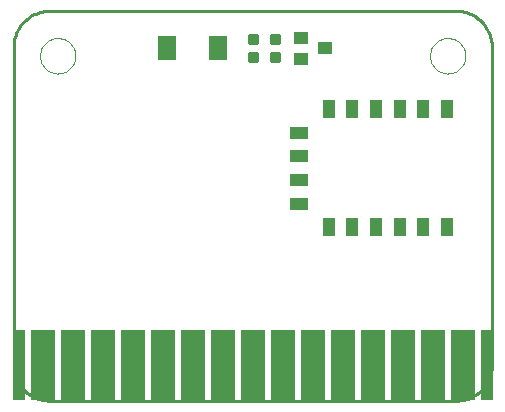
<source format=gtp>
G75*
G70*
%OFA0B0*%
%FSLAX24Y24*%
%IPPOS*%
%LPD*%
%AMOC8*
5,1,8,0,0,1.08239X$1,22.5*
%
%ADD10R,0.0394X0.0591*%
%ADD11R,0.0591X0.0394*%
%ADD12R,0.0450X0.0400*%
%ADD13C,0.0088*%
%ADD14R,0.0600X0.0800*%
%ADD15C,0.0100*%
%ADD16R,0.0787X0.2362*%
%ADD17R,0.0394X0.2362*%
%ADD18C,0.0000*%
D10*
X010691Y005941D03*
X011479Y005941D03*
X012266Y005941D03*
X013054Y005941D03*
X013841Y005941D03*
X014629Y005941D03*
X014629Y009879D03*
X013841Y009879D03*
X013054Y009879D03*
X012266Y009879D03*
X011479Y009879D03*
X010691Y009879D03*
D11*
X009707Y009091D03*
X009707Y008304D03*
X009707Y007516D03*
X009707Y006729D03*
D12*
X009760Y011560D03*
X009760Y012260D03*
X010560Y011910D03*
D13*
X008779Y011741D02*
X008779Y011479D01*
X008779Y011741D02*
X009041Y011741D01*
X009041Y011479D01*
X008779Y011479D01*
X008779Y011566D02*
X009041Y011566D01*
X009041Y011653D02*
X008779Y011653D01*
X008779Y011740D02*
X009041Y011740D01*
X008779Y012079D02*
X008779Y012341D01*
X009041Y012341D01*
X009041Y012079D01*
X008779Y012079D01*
X008779Y012166D02*
X009041Y012166D01*
X009041Y012253D02*
X008779Y012253D01*
X008779Y012340D02*
X009041Y012340D01*
X008291Y012341D02*
X008291Y012079D01*
X008029Y012079D01*
X008029Y012341D01*
X008291Y012341D01*
X008291Y012166D02*
X008029Y012166D01*
X008029Y012253D02*
X008291Y012253D01*
X008291Y012340D02*
X008029Y012340D01*
X008291Y011741D02*
X008291Y011479D01*
X008029Y011479D01*
X008029Y011741D01*
X008291Y011741D01*
X008291Y011566D02*
X008029Y011566D01*
X008029Y011653D02*
X008291Y011653D01*
X008291Y011740D02*
X008029Y011740D01*
D14*
X007010Y011910D03*
X005310Y011910D03*
D15*
X001388Y000164D02*
X014932Y000164D01*
X014999Y000166D01*
X015066Y000172D01*
X015133Y000181D01*
X015199Y000194D01*
X015264Y000211D01*
X015328Y000231D01*
X015391Y000255D01*
X015453Y000283D01*
X015512Y000314D01*
X015570Y000348D01*
X015626Y000385D01*
X015680Y000426D01*
X015732Y000469D01*
X015781Y000515D01*
X015827Y000564D01*
X015870Y000616D01*
X015911Y000670D01*
X015948Y000726D01*
X015982Y000784D01*
X016013Y000843D01*
X016041Y000905D01*
X016065Y000968D01*
X016085Y001032D01*
X016102Y001097D01*
X016115Y001163D01*
X016124Y001230D01*
X016130Y001297D01*
X016132Y001364D01*
X016132Y011956D01*
X016130Y012023D01*
X016124Y012090D01*
X016115Y012157D01*
X016102Y012223D01*
X016085Y012288D01*
X016065Y012352D01*
X016041Y012415D01*
X016013Y012477D01*
X015982Y012536D01*
X015948Y012594D01*
X015911Y012650D01*
X015870Y012704D01*
X015827Y012756D01*
X015781Y012805D01*
X015732Y012851D01*
X015680Y012894D01*
X015626Y012935D01*
X015570Y012972D01*
X015512Y013006D01*
X015453Y013037D01*
X015391Y013065D01*
X015328Y013089D01*
X015264Y013109D01*
X015199Y013126D01*
X015133Y013139D01*
X015066Y013148D01*
X014999Y013154D01*
X014932Y013156D01*
X001388Y013156D01*
X001321Y013154D01*
X001254Y013148D01*
X001187Y013139D01*
X001121Y013126D01*
X001056Y013109D01*
X000992Y013089D01*
X000929Y013065D01*
X000867Y013037D01*
X000808Y013006D01*
X000750Y012972D01*
X000694Y012935D01*
X000640Y012894D01*
X000588Y012851D01*
X000539Y012805D01*
X000493Y012756D01*
X000450Y012704D01*
X000409Y012650D01*
X000372Y012594D01*
X000338Y012536D01*
X000307Y012477D01*
X000279Y012415D01*
X000255Y012352D01*
X000235Y012288D01*
X000218Y012223D01*
X000205Y012157D01*
X000196Y012090D01*
X000190Y012023D01*
X000188Y011956D01*
X000188Y001364D01*
X000190Y001297D01*
X000196Y001230D01*
X000205Y001163D01*
X000218Y001097D01*
X000235Y001032D01*
X000255Y000968D01*
X000279Y000905D01*
X000307Y000843D01*
X000338Y000784D01*
X000372Y000726D01*
X000409Y000670D01*
X000450Y000616D01*
X000493Y000564D01*
X000539Y000515D01*
X000588Y000469D01*
X000640Y000426D01*
X000694Y000385D01*
X000750Y000348D01*
X000808Y000314D01*
X000867Y000283D01*
X000929Y000255D01*
X000992Y000231D01*
X001056Y000211D01*
X001121Y000194D01*
X001187Y000181D01*
X001254Y000172D01*
X001321Y000166D01*
X001388Y000164D01*
D16*
X001160Y001348D03*
X002160Y001348D03*
X003160Y001348D03*
X004160Y001348D03*
X005160Y001348D03*
X006160Y001348D03*
X007160Y001348D03*
X008160Y001348D03*
X009160Y001348D03*
X010160Y001348D03*
X011160Y001348D03*
X012160Y001348D03*
X013160Y001348D03*
X014160Y001348D03*
X015160Y001348D03*
D17*
X015955Y001348D03*
X000365Y001348D03*
D18*
X001069Y011660D02*
X001071Y011708D01*
X001077Y011756D01*
X001087Y011803D01*
X001100Y011849D01*
X001118Y011894D01*
X001138Y011938D01*
X001163Y011980D01*
X001191Y012019D01*
X001221Y012056D01*
X001255Y012090D01*
X001292Y012122D01*
X001330Y012151D01*
X001371Y012176D01*
X001414Y012198D01*
X001459Y012216D01*
X001505Y012230D01*
X001552Y012241D01*
X001600Y012248D01*
X001648Y012251D01*
X001696Y012250D01*
X001744Y012245D01*
X001792Y012236D01*
X001838Y012224D01*
X001883Y012207D01*
X001927Y012187D01*
X001969Y012164D01*
X002009Y012137D01*
X002047Y012107D01*
X002082Y012074D01*
X002114Y012038D01*
X002144Y012000D01*
X002170Y011959D01*
X002192Y011916D01*
X002212Y011872D01*
X002227Y011827D01*
X002239Y011780D01*
X002247Y011732D01*
X002251Y011684D01*
X002251Y011636D01*
X002247Y011588D01*
X002239Y011540D01*
X002227Y011493D01*
X002212Y011448D01*
X002192Y011404D01*
X002170Y011361D01*
X002144Y011320D01*
X002114Y011282D01*
X002082Y011246D01*
X002047Y011213D01*
X002009Y011183D01*
X001969Y011156D01*
X001927Y011133D01*
X001883Y011113D01*
X001838Y011096D01*
X001792Y011084D01*
X001744Y011075D01*
X001696Y011070D01*
X001648Y011069D01*
X001600Y011072D01*
X001552Y011079D01*
X001505Y011090D01*
X001459Y011104D01*
X001414Y011122D01*
X001371Y011144D01*
X001330Y011169D01*
X001292Y011198D01*
X001255Y011230D01*
X001221Y011264D01*
X001191Y011301D01*
X001163Y011340D01*
X001138Y011382D01*
X001118Y011426D01*
X001100Y011471D01*
X001087Y011517D01*
X001077Y011564D01*
X001071Y011612D01*
X001069Y011660D01*
X014069Y011660D02*
X014071Y011708D01*
X014077Y011756D01*
X014087Y011803D01*
X014100Y011849D01*
X014118Y011894D01*
X014138Y011938D01*
X014163Y011980D01*
X014191Y012019D01*
X014221Y012056D01*
X014255Y012090D01*
X014292Y012122D01*
X014330Y012151D01*
X014371Y012176D01*
X014414Y012198D01*
X014459Y012216D01*
X014505Y012230D01*
X014552Y012241D01*
X014600Y012248D01*
X014648Y012251D01*
X014696Y012250D01*
X014744Y012245D01*
X014792Y012236D01*
X014838Y012224D01*
X014883Y012207D01*
X014927Y012187D01*
X014969Y012164D01*
X015009Y012137D01*
X015047Y012107D01*
X015082Y012074D01*
X015114Y012038D01*
X015144Y012000D01*
X015170Y011959D01*
X015192Y011916D01*
X015212Y011872D01*
X015227Y011827D01*
X015239Y011780D01*
X015247Y011732D01*
X015251Y011684D01*
X015251Y011636D01*
X015247Y011588D01*
X015239Y011540D01*
X015227Y011493D01*
X015212Y011448D01*
X015192Y011404D01*
X015170Y011361D01*
X015144Y011320D01*
X015114Y011282D01*
X015082Y011246D01*
X015047Y011213D01*
X015009Y011183D01*
X014969Y011156D01*
X014927Y011133D01*
X014883Y011113D01*
X014838Y011096D01*
X014792Y011084D01*
X014744Y011075D01*
X014696Y011070D01*
X014648Y011069D01*
X014600Y011072D01*
X014552Y011079D01*
X014505Y011090D01*
X014459Y011104D01*
X014414Y011122D01*
X014371Y011144D01*
X014330Y011169D01*
X014292Y011198D01*
X014255Y011230D01*
X014221Y011264D01*
X014191Y011301D01*
X014163Y011340D01*
X014138Y011382D01*
X014118Y011426D01*
X014100Y011471D01*
X014087Y011517D01*
X014077Y011564D01*
X014071Y011612D01*
X014069Y011660D01*
M02*

</source>
